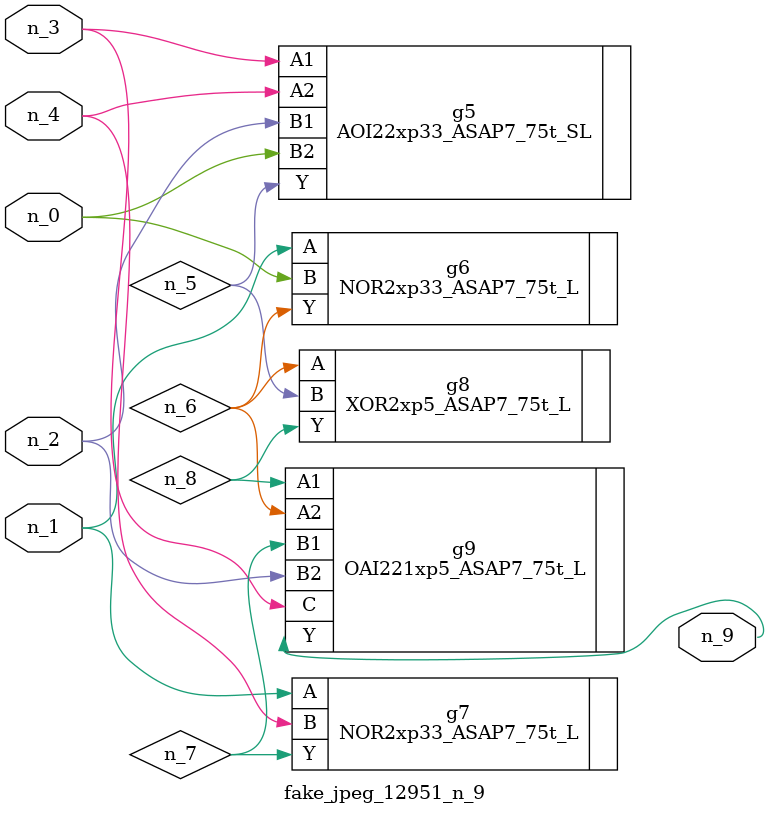
<source format=v>
module fake_jpeg_12951_n_9 (n_3, n_2, n_1, n_0, n_4, n_9);

input n_3;
input n_2;
input n_1;
input n_0;
input n_4;

output n_9;

wire n_8;
wire n_6;
wire n_5;
wire n_7;

AOI22xp33_ASAP7_75t_SL g5 ( 
.A1(n_3),
.A2(n_4),
.B1(n_2),
.B2(n_0),
.Y(n_5)
);

NOR2xp33_ASAP7_75t_L g6 ( 
.A(n_1),
.B(n_0),
.Y(n_6)
);

NOR2xp33_ASAP7_75t_L g7 ( 
.A(n_1),
.B(n_4),
.Y(n_7)
);

XOR2xp5_ASAP7_75t_L g8 ( 
.A(n_6),
.B(n_5),
.Y(n_8)
);

OAI221xp5_ASAP7_75t_L g9 ( 
.A1(n_8),
.A2(n_6),
.B1(n_7),
.B2(n_2),
.C(n_3),
.Y(n_9)
);


endmodule
</source>
